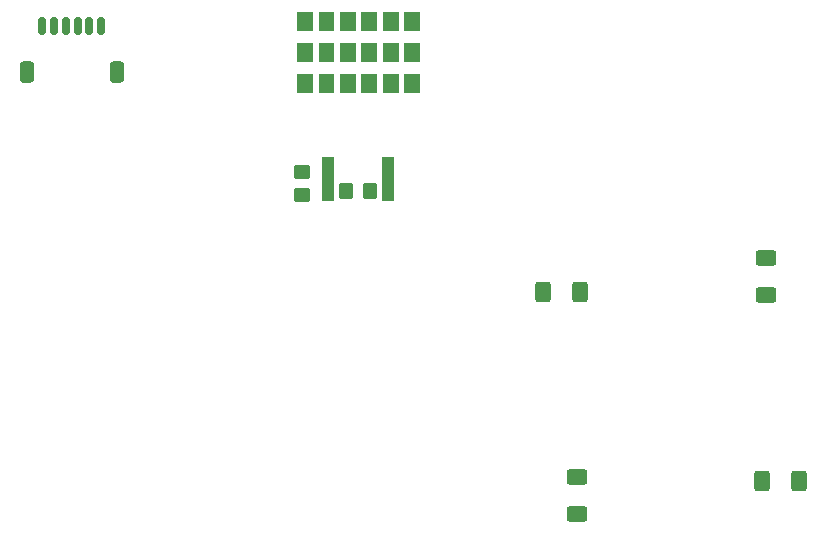
<source format=gbr>
%TF.GenerationSoftware,KiCad,Pcbnew,9.0.1*%
%TF.CreationDate,2025-06-19T23:09:26+02:00*%
%TF.ProjectId,Night-Gogle,4e696768-742d-4476-9f67-6c652e6b6963,rev?*%
%TF.SameCoordinates,Original*%
%TF.FileFunction,Paste,Top*%
%TF.FilePolarity,Positive*%
%FSLAX46Y46*%
G04 Gerber Fmt 4.6, Leading zero omitted, Abs format (unit mm)*
G04 Created by KiCad (PCBNEW 9.0.1) date 2025-06-19 23:09:26*
%MOMM*%
%LPD*%
G01*
G04 APERTURE LIST*
G04 Aperture macros list*
%AMRoundRect*
0 Rectangle with rounded corners*
0 $1 Rounding radius*
0 $2 $3 $4 $5 $6 $7 $8 $9 X,Y pos of 4 corners*
0 Add a 4 corners polygon primitive as box body*
4,1,4,$2,$3,$4,$5,$6,$7,$8,$9,$2,$3,0*
0 Add four circle primitives for the rounded corners*
1,1,$1+$1,$2,$3*
1,1,$1+$1,$4,$5*
1,1,$1+$1,$6,$7*
1,1,$1+$1,$8,$9*
0 Add four rect primitives between the rounded corners*
20,1,$1+$1,$2,$3,$4,$5,0*
20,1,$1+$1,$4,$5,$6,$7,0*
20,1,$1+$1,$6,$7,$8,$9,0*
20,1,$1+$1,$8,$9,$2,$3,0*%
G04 Aperture macros list end*
%ADD10C,0.010000*%
%ADD11RoundRect,0.250000X-0.350000X-0.650000X0.350000X-0.650000X0.350000X0.650000X-0.350000X0.650000X0*%
%ADD12RoundRect,0.150000X-0.150000X-0.625000X0.150000X-0.625000X0.150000X0.625000X-0.150000X0.625000X0*%
%ADD13RoundRect,0.132500X0.397500X-1.757500X0.397500X1.757500X-0.397500X1.757500X-0.397500X-1.757500X0*%
%ADD14RoundRect,0.250000X-0.350000X-0.450000X0.350000X-0.450000X0.350000X0.450000X-0.350000X0.450000X0*%
%ADD15RoundRect,0.250000X-0.625000X0.400000X-0.625000X-0.400000X0.625000X-0.400000X0.625000X0.400000X0*%
%ADD16RoundRect,0.250000X0.625000X-0.400000X0.625000X0.400000X-0.625000X0.400000X-0.625000X-0.400000X0*%
%ADD17RoundRect,0.250000X0.400000X0.625000X-0.400000X0.625000X-0.400000X-0.625000X0.400000X-0.625000X0*%
%ADD18RoundRect,0.250000X-0.400000X-0.625000X0.400000X-0.625000X0.400000X0.625000X-0.400000X0.625000X0*%
%ADD19RoundRect,0.250000X0.450000X-0.350000X0.450000X0.350000X-0.450000X0.350000X-0.450000X-0.350000X0*%
G04 APERTURE END LIST*
D10*
%TO.C,U1*%
X94900000Y-56640000D02*
X93650000Y-56640000D01*
X93650000Y-55120000D01*
X94900000Y-55120000D01*
X94900000Y-56640000D01*
G36*
X94900000Y-56640000D02*
G01*
X93650000Y-56640000D01*
X93650000Y-55120000D01*
X94900000Y-55120000D01*
X94900000Y-56640000D01*
G37*
X94900000Y-54010000D02*
X93650000Y-54010000D01*
X93650000Y-52490000D01*
X94900000Y-52490000D01*
X94900000Y-54010000D01*
G36*
X94900000Y-54010000D02*
G01*
X93650000Y-54010000D01*
X93650000Y-52490000D01*
X94900000Y-52490000D01*
X94900000Y-54010000D01*
G37*
X94900000Y-51380000D02*
X93650000Y-51380000D01*
X93650000Y-49860000D01*
X94900000Y-49860000D01*
X94900000Y-51380000D01*
G36*
X94900000Y-51380000D02*
G01*
X93650000Y-51380000D01*
X93650000Y-49860000D01*
X94900000Y-49860000D01*
X94900000Y-51380000D01*
G37*
X93090000Y-56640000D02*
X91840000Y-56640000D01*
X91840000Y-55120000D01*
X93090000Y-55120000D01*
X93090000Y-56640000D01*
G36*
X93090000Y-56640000D02*
G01*
X91840000Y-56640000D01*
X91840000Y-55120000D01*
X93090000Y-55120000D01*
X93090000Y-56640000D01*
G37*
X93090000Y-54010000D02*
X91840000Y-54010000D01*
X91840000Y-52490000D01*
X93090000Y-52490000D01*
X93090000Y-54010000D01*
G36*
X93090000Y-54010000D02*
G01*
X91840000Y-54010000D01*
X91840000Y-52490000D01*
X93090000Y-52490000D01*
X93090000Y-54010000D01*
G37*
X93090000Y-51380000D02*
X91840000Y-51380000D01*
X91840000Y-49860000D01*
X93090000Y-49860000D01*
X93090000Y-51380000D01*
G36*
X93090000Y-51380000D02*
G01*
X91840000Y-51380000D01*
X91840000Y-49860000D01*
X93090000Y-49860000D01*
X93090000Y-51380000D01*
G37*
X91280000Y-56640000D02*
X90030000Y-56640000D01*
X90030000Y-55120000D01*
X91280000Y-55120000D01*
X91280000Y-56640000D01*
G36*
X91280000Y-56640000D02*
G01*
X90030000Y-56640000D01*
X90030000Y-55120000D01*
X91280000Y-55120000D01*
X91280000Y-56640000D01*
G37*
X91280000Y-54010000D02*
X90030000Y-54010000D01*
X90030000Y-52490000D01*
X91280000Y-52490000D01*
X91280000Y-54010000D01*
G36*
X91280000Y-54010000D02*
G01*
X90030000Y-54010000D01*
X90030000Y-52490000D01*
X91280000Y-52490000D01*
X91280000Y-54010000D01*
G37*
X91280000Y-51380000D02*
X90030000Y-51380000D01*
X90030000Y-49860000D01*
X91280000Y-49860000D01*
X91280000Y-51380000D01*
G36*
X91280000Y-51380000D02*
G01*
X90030000Y-51380000D01*
X90030000Y-49860000D01*
X91280000Y-49860000D01*
X91280000Y-51380000D01*
G37*
X89470000Y-56640000D02*
X88220000Y-56640000D01*
X88220000Y-55120000D01*
X89470000Y-55120000D01*
X89470000Y-56640000D01*
G36*
X89470000Y-56640000D02*
G01*
X88220000Y-56640000D01*
X88220000Y-55120000D01*
X89470000Y-55120000D01*
X89470000Y-56640000D01*
G37*
X89470000Y-54010000D02*
X88220000Y-54010000D01*
X88220000Y-52490000D01*
X89470000Y-52490000D01*
X89470000Y-54010000D01*
G36*
X89470000Y-54010000D02*
G01*
X88220000Y-54010000D01*
X88220000Y-52490000D01*
X89470000Y-52490000D01*
X89470000Y-54010000D01*
G37*
X89470000Y-51380000D02*
X88220000Y-51380000D01*
X88220000Y-49860000D01*
X89470000Y-49860000D01*
X89470000Y-51380000D01*
G36*
X89470000Y-51380000D02*
G01*
X88220000Y-51380000D01*
X88220000Y-49860000D01*
X89470000Y-49860000D01*
X89470000Y-51380000D01*
G37*
X87660000Y-56640000D02*
X86410000Y-56640000D01*
X86410000Y-55120000D01*
X87660000Y-55120000D01*
X87660000Y-56640000D01*
G36*
X87660000Y-56640000D02*
G01*
X86410000Y-56640000D01*
X86410000Y-55120000D01*
X87660000Y-55120000D01*
X87660000Y-56640000D01*
G37*
X87660000Y-54010000D02*
X86410000Y-54010000D01*
X86410000Y-52490000D01*
X87660000Y-52490000D01*
X87660000Y-54010000D01*
G36*
X87660000Y-54010000D02*
G01*
X86410000Y-54010000D01*
X86410000Y-52490000D01*
X87660000Y-52490000D01*
X87660000Y-54010000D01*
G37*
X87660000Y-51380000D02*
X86410000Y-51380000D01*
X86410000Y-49860000D01*
X87660000Y-49860000D01*
X87660000Y-51380000D01*
G36*
X87660000Y-51380000D02*
G01*
X86410000Y-51380000D01*
X86410000Y-49860000D01*
X87660000Y-49860000D01*
X87660000Y-51380000D01*
G37*
X85850000Y-56640000D02*
X84600000Y-56640000D01*
X84600000Y-55120000D01*
X85850000Y-55120000D01*
X85850000Y-56640000D01*
G36*
X85850000Y-56640000D02*
G01*
X84600000Y-56640000D01*
X84600000Y-55120000D01*
X85850000Y-55120000D01*
X85850000Y-56640000D01*
G37*
X85850000Y-54010000D02*
X84600000Y-54010000D01*
X84600000Y-52490000D01*
X85850000Y-52490000D01*
X85850000Y-54010000D01*
G36*
X85850000Y-54010000D02*
G01*
X84600000Y-54010000D01*
X84600000Y-52490000D01*
X85850000Y-52490000D01*
X85850000Y-54010000D01*
G37*
X85850000Y-51380000D02*
X84600000Y-51380000D01*
X84600000Y-49860000D01*
X85850000Y-49860000D01*
X85850000Y-51380000D01*
G36*
X85850000Y-51380000D02*
G01*
X84600000Y-51380000D01*
X84600000Y-49860000D01*
X85850000Y-49860000D01*
X85850000Y-51380000D01*
G37*
%TD*%
D11*
%TO.C,J1*%
X69300000Y-54875000D03*
X61700000Y-54875000D03*
D12*
X68000000Y-51000000D03*
X67000000Y-51000000D03*
X66000000Y-51000000D03*
X65000000Y-51000000D03*
X64000000Y-51000000D03*
X63000000Y-51000000D03*
%TD*%
D13*
%TO.C,U1*%
X92290000Y-64000000D03*
X87210000Y-64000000D03*
%TD*%
D14*
%TO.C,R6*%
X88750000Y-65000000D03*
X90750000Y-65000000D03*
%TD*%
D15*
%TO.C,R4*%
X108250000Y-89200000D03*
X108250000Y-92300000D03*
%TD*%
D16*
%TO.C,R5*%
X124250000Y-73800000D03*
X124250000Y-70700000D03*
%TD*%
D17*
%TO.C,R2*%
X108550000Y-73500000D03*
X105450000Y-73500000D03*
%TD*%
D18*
%TO.C,R3*%
X123950000Y-89500000D03*
X127050000Y-89500000D03*
%TD*%
D19*
%TO.C,R1*%
X85000000Y-65350000D03*
X85000000Y-63350000D03*
%TD*%
M02*

</source>
